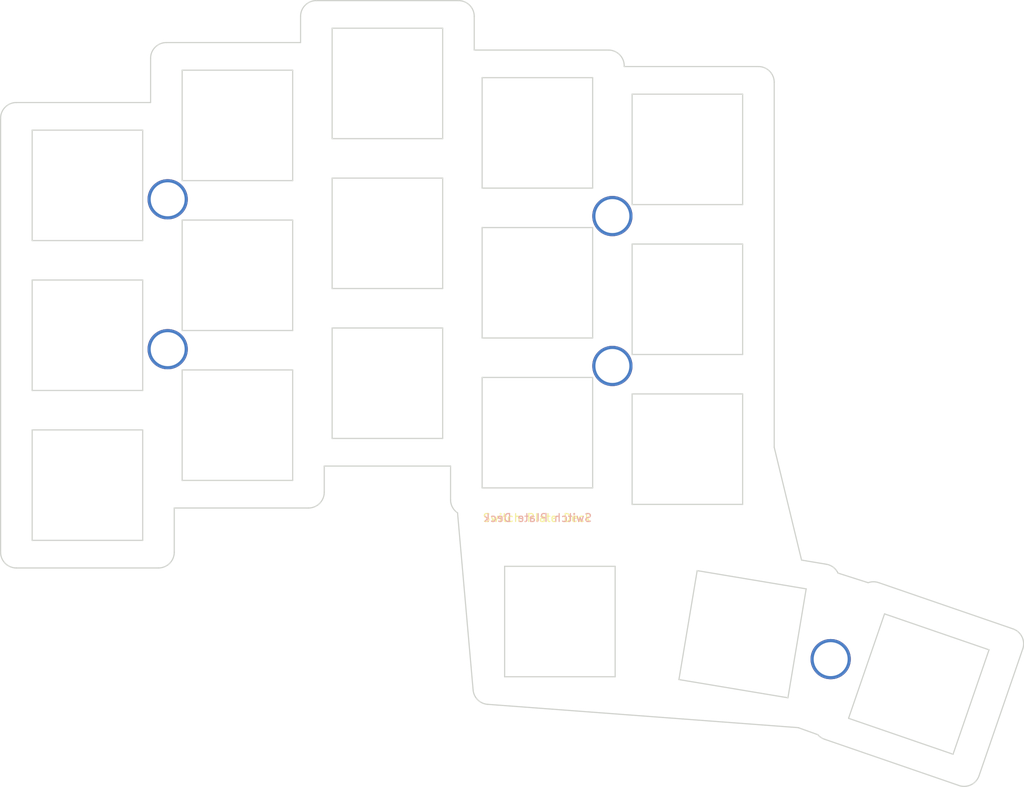
<source format=kicad_pcb>


(kicad_pcb (version 20171130) (host pcbnew 5.1.6)

  (page A3)
  (title_block
    (title "plate")
    (rev "0.0.1")
    (company "Souju")
  )

  (general
    (thickness 1.6)
  )

  (layers
    (0 F.Cu signal)
    (31 B.Cu signal)
    (32 B.Adhes user)
    (33 F.Adhes user)
    (34 B.Paste user)
    (35 F.Paste user)
    (36 B.SilkS user)
    (37 F.SilkS user)
    (38 B.Mask user)
    (39 F.Mask user)
    (40 Dwgs.User user)
    (41 Cmts.User user)
    (42 Eco1.User user)
    (43 Eco2.User user)
    (44 Edge.Cuts user)
    (45 Margin user)
    (46 B.CrtYd user)
    (47 F.CrtYd user)
    (48 B.Fab user)
    (49 F.Fab user)
  )

  (setup
    (last_trace_width 0.25)
    (trace_clearance 0.2)
    (zone_clearance 0.508)
    (zone_45_only no)
    (trace_min 0.2)
    (via_size 0.8)
    (via_drill 0.4)
    (via_min_size 0.4)
    (via_min_drill 0.3)
    (uvia_size 0.3)
    (uvia_drill 0.1)
    (uvias_allowed no)
    (uvia_min_size 0.2)
    (uvia_min_drill 0.1)
    (edge_width 0.05)
    (segment_width 0.2)
    (pcb_text_width 0.3)
    (pcb_text_size 1.5 1.5)
    (mod_edge_width 0.12)
    (mod_text_size 1 1)
    (mod_text_width 0.15)
    (pad_size 1.524 1.524)
    (pad_drill 0.762)
    (pad_to_mask_clearance 0.05)
    (aux_axis_origin 0 0)
    (visible_elements FFFFFF7F)
    (pcbplotparams
      (layerselection 0x010fc_ffffffff)
      (usegerberextensions false)
      (usegerberattributes true)
      (usegerberadvancedattributes true)
      (creategerberjobfile true)
      (excludeedgelayer true)
      (linewidth 0.100000)
      (plotframeref false)
      (viasonmask false)
      (mode 1)
      (useauxorigin false)
      (hpglpennumber 1)
      (hpglpenspeed 20)
      (hpglpendiameter 15.000000)
      (psnegative false)
      (psa4output false)
      (plotreference true)
      (plotvalue true)
      (plotinvisibletext false)
      (padsonsilk false)
      (subtractmaskfromsilk false)
      (outputformat 1)
      (mirror false)
      (drillshape 1)
      (scaleselection 1)
      (outputdirectory ""))
  )

  (net 0 "")

  (net_class Default "This is the default net class."
    (clearance 0.2)
    (trace_width 0.25)
    (via_dia 0.8)
    (via_drill 0.4)
    (uvia_dia 0.3)
    (uvia_drill 0.1)
    (add_net "")
  )

  
            (module mounting_hole (layer F.Cu) (tedit 64B5A986)
                (at 10.166666666666666 -36.23333333333333 0)
                (fp_text reference "H1" (at 0 3) (layer F.SilkS) hide
                    (effects (font (size 1 1) (thickness 0.15)))
                )
        
                (pad "" thru_hole circle (at 0 0 180) (size 5.1 5.1) (drill 4.3) (layers *.Cu *.Mask))
        
                (fp_circle (center 0 0) (end -2.8 0) (layer F.CrtYd) (width 0.05))
                (fp_circle (center 0 0) (end -2.8 0) (layer B.CrtYd) (width 0.05))
        
            )
        

            (module mounting_hole (layer F.Cu) (tedit 64B5A986)
                (at 10.166666666666666 -17.233333333333334 0)
                (fp_text reference "H2" (at 0 3) (layer F.SilkS) hide
                    (effects (font (size 1 1) (thickness 0.15)))
                )
        
                (pad "" thru_hole circle (at 0 0 180) (size 5.1 5.1) (drill 4.3) (layers *.Cu *.Mask))
        
                (fp_circle (center 0 0) (end -2.8 0) (layer F.CrtYd) (width 0.05))
                (fp_circle (center 0 0) (end -2.8 0) (layer B.CrtYd) (width 0.05))
        
            )
        

            (module mounting_hole (layer F.Cu) (tedit 64B5A986)
                (at 66.5 -34.105 0)
                (fp_text reference "H3" (at 0 3) (layer F.SilkS) hide
                    (effects (font (size 1 1) (thickness 0.15)))
                )
        
                (pad "" thru_hole circle (at 0 0 180) (size 5.1 5.1) (drill 4.3) (layers *.Cu *.Mask))
        
                (fp_circle (center 0 0) (end -2.8 0) (layer F.CrtYd) (width 0.05))
                (fp_circle (center 0 0) (end -2.8 0) (layer B.CrtYd) (width 0.05))
        
            )
        

            (module mounting_hole (layer F.Cu) (tedit 64B5A986)
                (at 66.5 -15.105 0)
                (fp_text reference "H4" (at 0 3) (layer F.SilkS) hide
                    (effects (font (size 1 1) (thickness 0.15)))
                )
        
                (pad "" thru_hole circle (at 0 0 180) (size 5.1 5.1) (drill 4.3) (layers *.Cu *.Mask))
        
                (fp_circle (center 0 0) (end -2.8 0) (layer F.CrtYd) (width 0.05))
                (fp_circle (center 0 0) (end -2.8 0) (layer B.CrtYd) (width 0.05))
        
            )
        

            (module mounting_hole (layer F.Cu) (tedit 64B5A986)
                (at 94.15266715000001 22.056630200000004 -14.25)
                (fp_text reference "H5" (at 0 3) (layer F.SilkS) hide
                    (effects (font (size 1 1) (thickness 0.15)))
                )
        
                (pad "" thru_hole circle (at 0 0 180) (size 5.1 5.1) (drill 4.3) (layers *.Cu *.Mask))
        
                (fp_circle (center 0 0) (end -2.8 0) (layer F.CrtYd) (width 0.05))
                (fp_circle (center 0 0) (end -2.8 0) (layer B.CrtYd) (width 0.05))
        
            )
        

            (gr_text "Switch Plate Deck" (at 50 4.15 0) (layer F.SilkS)
                (effects (font (size 1 1) (thickness 0.15) ) (justify left))
            )
        

            (gr_text "Switch Plate Deck" (at 64 4.15 0) (layer B.SilkS)
                (effects (font (size 1 1) (thickness 0.15) ) (justify left mirror))
            )
        
  (gr_line (start -9 10.5) (end 9 10.5) (angle 90) (layer Edge.Cuts) (width 0.15))
(gr_arc (start 9 8.5) (end 9 10.5) (angle -90) (layer Edge.Cuts) (width 0.15))
(gr_line (start 11 8.5) (end 11 2.9000000000000004) (angle 90) (layer Edge.Cuts) (width 0.15))
(gr_line (start 11 2.9000000000000004) (end 28 2.9000000000000004) (angle 90) (layer Edge.Cuts) (width 0.15))
(gr_arc (start 28 0.9000000000000004) (end 28 2.9000000000000004) (angle -90) (layer Edge.Cuts) (width 0.15))
(gr_line (start 30 0.9000000000000004) (end 30 -2.42) (angle 90) (layer Edge.Cuts) (width 0.15))
(gr_line (start 30 -2.42) (end 46 -2.42) (angle 90) (layer Edge.Cuts) (width 0.15))
(gr_line (start 46 -2.42) (end 46 1.8499999999999996) (angle 90) (layer Edge.Cuts) (width 0.15))
(gr_arc (start 48 1.8499999999999996) (end 46 1.8499999999999996) (angle -56.11432354287041) (layer Edge.Cuts) (width 0.15))
(gr_line (start 46.8849248 3.5103033999999997) (end 48.85767405524044 25.965034800000023) (angle 90) (layer Edge.Cuts) (width 0.15))
(gr_arc (start 50.849999955240435 25.790000000000024) (end 48.857673955240436 25.965034800000023) (angle -80.68305419235708) (layer Edge.Cuts) (width 0.15))
(gr_line (start 50.700807355240435 27.784427600000026) (end 90.04231344253803 30.739869264050938) (angle 90) (layer Edge.Cuts) (width 0.15))
(gr_line (start 90.04231344253803 30.73986926405093) (end 92.52921080000002 31.635584400000003) (angle 90) (layer Edge.Cuts) (width 0.15))
(gr_arc (start 94.03823890000001 30.323016600000003) (end 92.52921080000002 31.635584400000003) (angle -29.982926315747477) (layer Edge.Cuts) (width 0.15))
(gr_line (start 93.3871026 32.2140538) (end 110.40643700000001 38.0742806) (angle 90) (layer Edge.Cuts) (width 0.15))
(gr_arc (start 111.05757330000002 36.1832434) (end 110.40643700000001 38.0742806) (angle -90.00000071549414) (layer Edge.Cuts) (width 0.15))
(gr_line (start 112.9486105 36.8343797) (end 118.4832691 20.7605639) (angle 90) (layer Edge.Cuts) (width 0.15))
(gr_arc (start 116.5922319 20.109427600000004) (end 118.4832691 20.760563900000005) (angle -90.00000059824595) (layer Edge.Cuts) (width 0.15))
(gr_line (start 117.2433682 18.218390400000004) (end 100.2240338 12.358163600000005) (angle 90) (layer Edge.Cuts) (width 0.15))
(gr_arc (start 99.5728975 14.249200800000004) (end 100.2240338 12.358163600000005) (angle -38.76183385578213) (layer Edge.Cuts) (width 0.15))
(gr_line (start 98.8966753 12.366988400000004) (end 95.0803910506555 11.14995626852351) (angle 90) (layer Edge.Cuts) (width 0.15))
(gr_arc (start 93.26957395065551 11.99903906852351) (end 95.0803910506555 11.14995626852351) (angle -55.37836036523754) (layer Edge.Cuts) (width 0.15))
(gr_line (start 93.59966920000001 10.026467900000004) (end 90.4641102883139 9.501755308604162) (angle 90) (layer Edge.Cuts) (width 0.15))
(gr_line (start 90.4641102883139 9.501755308604118) (end 87 -4.7987834055239205) (angle 90) (layer Edge.Cuts) (width 0.15))
(gr_line (start 87 -4.7987834055239205) (end 87 -51.06) (angle 90) (layer Edge.Cuts) (width 0.15))
(gr_arc (start 85 -51.06) (end 87 -51.06) (angle -90) (layer Edge.Cuts) (width 0.15))
(gr_line (start 68 -53.06) (end 85 -53.06) (angle 90) (layer Edge.Cuts) (width 0.15))
(gr_line (start 68 -53.06) (end 68 -53.150000000000006) (angle 90) (layer Edge.Cuts) (width 0.15))
(gr_arc (start 66 -53.150000000000006) (end 68 -53.150000000000006) (angle -90) (layer Edge.Cuts) (width 0.15))
(gr_line (start 49 -55.15) (end 66 -55.15) (angle 90) (layer Edge.Cuts) (width 0.15))
(gr_line (start 49 -55.15) (end 49 -59.42) (angle 90) (layer Edge.Cuts) (width 0.15))
(gr_arc (start 47 -59.42) (end 49 -59.42) (angle -90) (layer Edge.Cuts) (width 0.15))
(gr_line (start 47 -61.42) (end 29 -61.42) (angle 90) (layer Edge.Cuts) (width 0.15))
(gr_arc (start 29 -59.42) (end 29 -61.42) (angle -90) (layer Edge.Cuts) (width 0.15))
(gr_line (start 27 -59.42) (end 27 -56.1) (angle 90) (layer Edge.Cuts) (width 0.15))
(gr_line (start 10 -56.1) (end 27 -56.1) (angle 90) (layer Edge.Cuts) (width 0.15))
(gr_arc (start 10 -54.1) (end 10 -56.1) (angle -90) (layer Edge.Cuts) (width 0.15))
(gr_line (start 8 -54.1) (end 8 -48.5) (angle 90) (layer Edge.Cuts) (width 0.15))
(gr_line (start -9 -48.5) (end 8 -48.5) (angle 90) (layer Edge.Cuts) (width 0.15))
(gr_arc (start -9 -46.5) (end -9 -48.5) (angle -90) (layer Edge.Cuts) (width 0.15))
(gr_line (start -11 8.5) (end -11 -46.5) (angle 90) (layer Edge.Cuts) (width 0.15))
(gr_arc (start -9 8.5) (end -11 8.5) (angle -90) (layer Edge.Cuts) (width 0.15))
(gr_line (start -7 7) (end 7 7) (angle 90) (layer Edge.Cuts) (width 0.15))
(gr_line (start 7 7) (end 7 -7) (angle 90) (layer Edge.Cuts) (width 0.15))
(gr_line (start 7 -7) (end -7 -7) (angle 90) (layer Edge.Cuts) (width 0.15))
(gr_line (start -7 -7) (end -7 7) (angle 90) (layer Edge.Cuts) (width 0.15))
(gr_line (start -7 -12) (end 7 -12) (angle 90) (layer Edge.Cuts) (width 0.15))
(gr_line (start 7 -12) (end 7 -26) (angle 90) (layer Edge.Cuts) (width 0.15))
(gr_line (start 7 -26) (end -7 -26) (angle 90) (layer Edge.Cuts) (width 0.15))
(gr_line (start -7 -26) (end -7 -12) (angle 90) (layer Edge.Cuts) (width 0.15))
(gr_line (start -7 -31) (end 7 -31) (angle 90) (layer Edge.Cuts) (width 0.15))
(gr_line (start 7 -31) (end 7 -45) (angle 90) (layer Edge.Cuts) (width 0.15))
(gr_line (start 7 -45) (end -7 -45) (angle 90) (layer Edge.Cuts) (width 0.15))
(gr_line (start -7 -45) (end -7 -31) (angle 90) (layer Edge.Cuts) (width 0.15))
(gr_line (start 12 -0.5999999999999996) (end 26 -0.5999999999999996) (angle 90) (layer Edge.Cuts) (width 0.15))
(gr_line (start 26 -0.5999999999999996) (end 26 -14.6) (angle 90) (layer Edge.Cuts) (width 0.15))
(gr_line (start 26 -14.6) (end 12 -14.6) (angle 90) (layer Edge.Cuts) (width 0.15))
(gr_line (start 12 -14.6) (end 12 -0.5999999999999996) (angle 90) (layer Edge.Cuts) (width 0.15))
(gr_line (start 12 -19.6) (end 26 -19.6) (angle 90) (layer Edge.Cuts) (width 0.15))
(gr_line (start 26 -19.6) (end 26 -33.6) (angle 90) (layer Edge.Cuts) (width 0.15))
(gr_line (start 26 -33.6) (end 12 -33.6) (angle 90) (layer Edge.Cuts) (width 0.15))
(gr_line (start 12 -33.6) (end 12 -19.6) (angle 90) (layer Edge.Cuts) (width 0.15))
(gr_line (start 12 -38.6) (end 26 -38.6) (angle 90) (layer Edge.Cuts) (width 0.15))
(gr_line (start 26 -38.6) (end 26 -52.6) (angle 90) (layer Edge.Cuts) (width 0.15))
(gr_line (start 26 -52.6) (end 12 -52.6) (angle 90) (layer Edge.Cuts) (width 0.15))
(gr_line (start 12 -52.6) (end 12 -38.6) (angle 90) (layer Edge.Cuts) (width 0.15))
(gr_line (start 31 -5.92) (end 45 -5.92) (angle 90) (layer Edge.Cuts) (width 0.15))
(gr_line (start 45 -5.92) (end 45 -19.92) (angle 90) (layer Edge.Cuts) (width 0.15))
(gr_line (start 45 -19.92) (end 31 -19.92) (angle 90) (layer Edge.Cuts) (width 0.15))
(gr_line (start 31 -19.92) (end 31 -5.92) (angle 90) (layer Edge.Cuts) (width 0.15))
(gr_line (start 31 -24.92) (end 45 -24.92) (angle 90) (layer Edge.Cuts) (width 0.15))
(gr_line (start 45 -24.92) (end 45 -38.92) (angle 90) (layer Edge.Cuts) (width 0.15))
(gr_line (start 45 -38.92) (end 31 -38.92) (angle 90) (layer Edge.Cuts) (width 0.15))
(gr_line (start 31 -38.92) (end 31 -24.92) (angle 90) (layer Edge.Cuts) (width 0.15))
(gr_line (start 31 -43.92) (end 45 -43.92) (angle 90) (layer Edge.Cuts) (width 0.15))
(gr_line (start 45 -43.92) (end 45 -57.92) (angle 90) (layer Edge.Cuts) (width 0.15))
(gr_line (start 45 -57.92) (end 31 -57.92) (angle 90) (layer Edge.Cuts) (width 0.15))
(gr_line (start 31 -57.92) (end 31 -43.92) (angle 90) (layer Edge.Cuts) (width 0.15))
(gr_line (start 50 0.34999999999999964) (end 64 0.34999999999999964) (angle 90) (layer Edge.Cuts) (width 0.15))
(gr_line (start 64 0.34999999999999964) (end 64 -13.65) (angle 90) (layer Edge.Cuts) (width 0.15))
(gr_line (start 64 -13.65) (end 50 -13.65) (angle 90) (layer Edge.Cuts) (width 0.15))
(gr_line (start 50 -13.65) (end 50 0.34999999999999964) (angle 90) (layer Edge.Cuts) (width 0.15))
(gr_line (start 50 -18.65) (end 64 -18.65) (angle 90) (layer Edge.Cuts) (width 0.15))
(gr_line (start 64 -18.65) (end 64 -32.65) (angle 90) (layer Edge.Cuts) (width 0.15))
(gr_line (start 64 -32.65) (end 50 -32.65) (angle 90) (layer Edge.Cuts) (width 0.15))
(gr_line (start 50 -32.65) (end 50 -18.65) (angle 90) (layer Edge.Cuts) (width 0.15))
(gr_line (start 50 -37.65) (end 64 -37.65) (angle 90) (layer Edge.Cuts) (width 0.15))
(gr_line (start 64 -37.65) (end 64 -51.65) (angle 90) (layer Edge.Cuts) (width 0.15))
(gr_line (start 64 -51.65) (end 50 -51.65) (angle 90) (layer Edge.Cuts) (width 0.15))
(gr_line (start 50 -51.65) (end 50 -37.65) (angle 90) (layer Edge.Cuts) (width 0.15))
(gr_line (start 69 2.4400000000000004) (end 83 2.4400000000000004) (angle 90) (layer Edge.Cuts) (width 0.15))
(gr_line (start 83 2.4400000000000004) (end 83 -11.559999999999999) (angle 90) (layer Edge.Cuts) (width 0.15))
(gr_line (start 83 -11.559999999999999) (end 69 -11.559999999999999) (angle 90) (layer Edge.Cuts) (width 0.15))
(gr_line (start 69 -11.559999999999999) (end 69 2.4400000000000004) (angle 90) (layer Edge.Cuts) (width 0.15))
(gr_line (start 69 -16.56) (end 83 -16.56) (angle 90) (layer Edge.Cuts) (width 0.15))
(gr_line (start 83 -16.56) (end 83 -30.56) (angle 90) (layer Edge.Cuts) (width 0.15))
(gr_line (start 83 -30.56) (end 69 -30.56) (angle 90) (layer Edge.Cuts) (width 0.15))
(gr_line (start 69 -30.56) (end 69 -16.56) (angle 90) (layer Edge.Cuts) (width 0.15))
(gr_line (start 69 -35.56) (end 83 -35.56) (angle 90) (layer Edge.Cuts) (width 0.15))
(gr_line (start 83 -35.56) (end 83 -49.56) (angle 90) (layer Edge.Cuts) (width 0.15))
(gr_line (start 83 -49.56) (end 69 -49.56) (angle 90) (layer Edge.Cuts) (width 0.15))
(gr_line (start 69 -49.56) (end 69 -35.56) (angle 90) (layer Edge.Cuts) (width 0.15))
(gr_line (start 52.85 24.290000000000003) (end 66.85 24.290000000000003) (angle 90) (layer Edge.Cuts) (width 0.15))
(gr_line (start 66.85 24.290000000000003) (end 66.85 10.290000000000003) (angle 90) (layer Edge.Cuts) (width 0.15))
(gr_line (start 66.85 10.290000000000003) (end 52.85 10.290000000000003) (angle 90) (layer Edge.Cuts) (width 0.15))
(gr_line (start 52.85 10.290000000000003) (end 52.85 24.290000000000003) (angle 90) (layer Edge.Cuts) (width 0.15))
(gr_line (start 74.93076640000001 24.645704300000006) (end 88.7387649 26.956370800000006) (angle 90) (layer Edge.Cuts) (width 0.15))
(gr_line (start 88.7387649 26.956370800000006) (end 91.0494314 13.148372300000005) (angle 90) (layer Edge.Cuts) (width 0.15))
(gr_line (start 91.0494314 13.148372300000005) (end 77.2414329 10.837705800000005) (angle 90) (layer Edge.Cuts) (width 0.15))
(gr_line (start 77.2414329 10.837705800000005) (end 74.93076640000001 24.645704300000006) (angle 90) (layer Edge.Cuts) (width 0.15))
(gr_line (start 96.4176283 29.555875000000004) (end 109.65488830000001 34.113829200000005) (angle 90) (layer Edge.Cuts) (width 0.15))
(gr_line (start 109.65488830000001 34.113829200000005) (end 114.21284250000001 20.876569200000002) (angle 90) (layer Edge.Cuts) (width 0.15))
(gr_line (start 114.21284250000001 20.876569200000002) (end 100.9755825 16.318615) (angle 90) (layer Edge.Cuts) (width 0.15))
(gr_line (start 100.9755825 16.318615) (end 96.4176283 29.555875000000004) (angle 90) (layer Edge.Cuts) (width 0.15))

)


</source>
